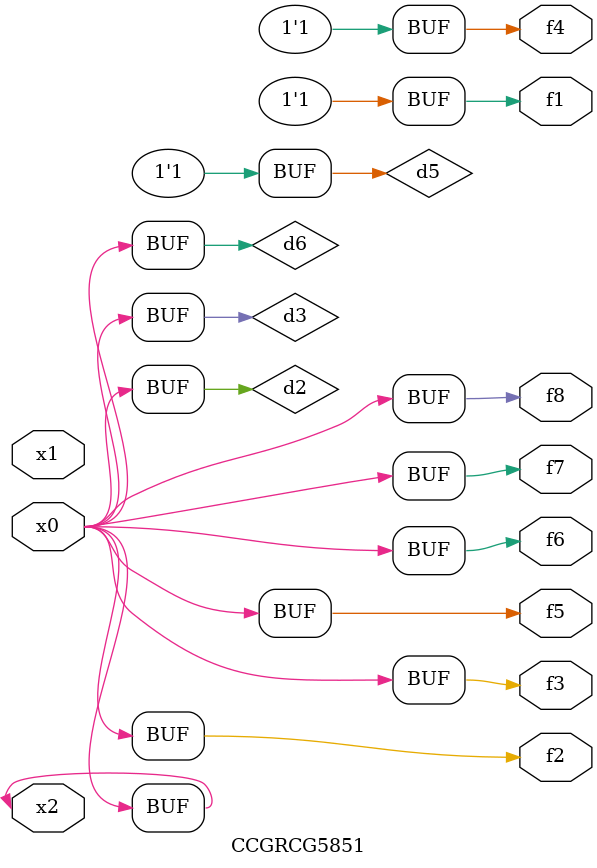
<source format=v>
module CCGRCG5851(
	input x0, x1, x2,
	output f1, f2, f3, f4, f5, f6, f7, f8
);

	wire d1, d2, d3, d4, d5, d6;

	xnor (d1, x2);
	buf (d2, x0, x2);
	and (d3, x0);
	xnor (d4, x1, x2);
	nand (d5, d1, d3);
	buf (d6, d2, d3);
	assign f1 = d5;
	assign f2 = d6;
	assign f3 = d6;
	assign f4 = d5;
	assign f5 = d6;
	assign f6 = d6;
	assign f7 = d6;
	assign f8 = d6;
endmodule

</source>
